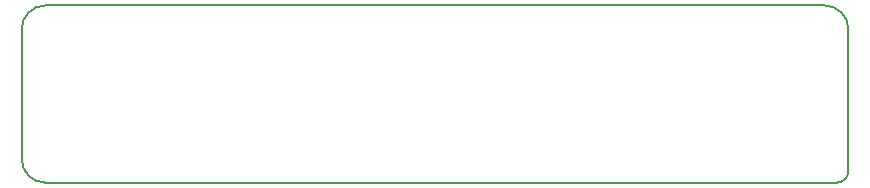
<source format=gm1>
G04 #@! TF.GenerationSoftware,KiCad,Pcbnew,(5.1.9)-1*
G04 #@! TF.CreationDate,2021-02-01T18:23:16+11:00*
G04 #@! TF.ProjectId,BoSLnano,426f534c-6e61-46e6-9f2e-6b696361645f,0.4.2*
G04 #@! TF.SameCoordinates,Original*
G04 #@! TF.FileFunction,Profile,NP*
%FSLAX46Y46*%
G04 Gerber Fmt 4.6, Leading zero omitted, Abs format (unit mm)*
G04 Created by KiCad (PCBNEW (5.1.9)-1) date 2021-02-01 18:23:16*
%MOMM*%
%LPD*%
G01*
G04 APERTURE LIST*
G04 #@! TA.AperFunction,Profile*
%ADD10C,0.150000*%
G04 #@! TD*
G04 APERTURE END LIST*
D10*
X102000000Y-115000000D02*
G75*
G02*
X100000000Y-113000000I0J2000000D01*
G01*
X100000000Y-102000000D02*
G75*
G02*
X102000000Y-100000000I2000000J0D01*
G01*
X168000000Y-100000000D02*
G75*
G02*
X170000000Y-102000000I0J-2000000D01*
G01*
X170000000Y-114000000D02*
G75*
G02*
X169000000Y-115000000I-1000000J0D01*
G01*
X170000000Y-102000000D02*
X170000000Y-114000000D01*
X102000000Y-100000000D02*
X168000000Y-100000000D01*
X102000000Y-115000000D02*
X169000000Y-115000000D01*
X100000000Y-102000000D02*
X100000000Y-113000000D01*
M02*

</source>
